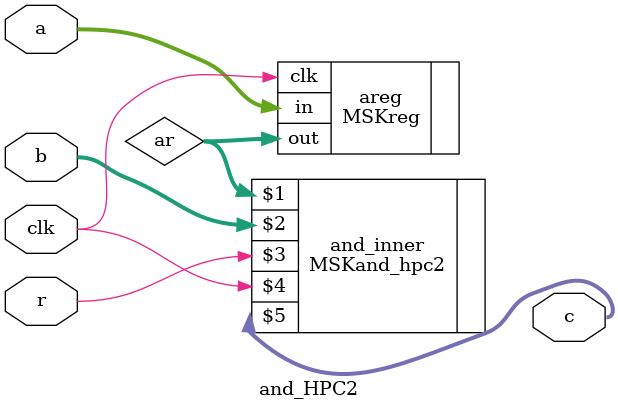
<source format=v>
module and_HPC2 #(parameter security_order=1, parameter pipeline=1) (a, b, r, clk, c);

localparam rnd = security_order*(security_order+1)/2;


input wire [security_order:0] a, b;
input wire [rnd-1:0] r;
input wire clk;
output wire [security_order:0] c;

`define HPC_FV

`ifdef HPC_FV
    wire [security_order:0] ar;
    MSKreg #(.d(security_order+1)) areg(.clk(clk), .in(a), .out(ar));
    MSKand_hpc2 #(.d(security_order+1)) and_inner(ar, b, r, clk, c);
`else
    and_HPC2_agema #(security_order, pipeline) and_inner(a, b, r, clk, c);
`endif

endmodule

</source>
